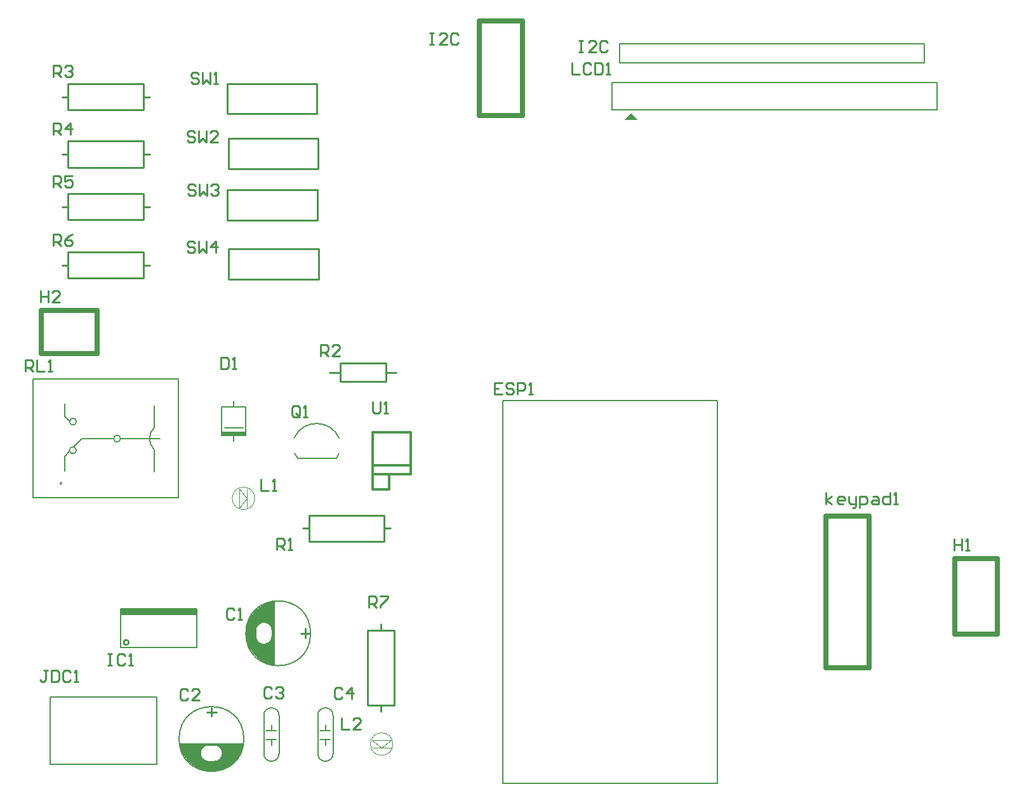
<source format=gto>
G04*
G04 #@! TF.GenerationSoftware,Altium Limited,Altium Designer,21.9.2 (33)*
G04*
G04 Layer_Color=65535*
%FSTAX24Y24*%
%MOIN*%
G70*
G04*
G04 #@! TF.SameCoordinates,C5A77AB0-E889-4DE2-9FB0-3BE7D8941CBD*
G04*
G04*
G04 #@! TF.FilePolarity,Positive*
G04*
G01*
G75*
%ADD10C,0.0040*%
%ADD11C,0.0070*%
%ADD12C,0.0100*%
%ADD13C,0.0250*%
%ADD14C,0.0079*%
%ADD15C,0.0118*%
%ADD16R,0.1260X0.0200*%
%ADD17R,0.3990X0.0360*%
G36*
X022061Y015224D02*
X022411Y014874D01*
Y014595D01*
X02241Y014578D01*
X022404Y014546D01*
X022391Y014515D01*
X022372Y014487D01*
X022361Y014474D01*
X022361D01*
X022296Y01441D01*
X022288Y014402D01*
X022268Y014389D01*
X022246Y01438D01*
X022223Y014375D01*
X022211Y014374D01*
D01*
X022161Y014324D01*
X022149Y014313D01*
X022121Y014295D01*
X02209Y014282D01*
X022057Y014275D01*
X02204Y014274D01*
D01*
X021532D01*
X021515Y014275D01*
X021482Y014282D01*
X021451Y014295D01*
X021423Y014313D01*
X021411Y014324D01*
D01*
X021296Y014439D01*
X021288Y014448D01*
X021275Y014468D01*
X021266Y014489D01*
X021262Y014513D01*
X021261Y014524D01*
X02125Y014537D01*
X021231Y014565D01*
X021218Y014596D01*
X021212Y014628D01*
X021211Y014645D01*
D01*
Y014783D01*
X021213Y014816D01*
X021226Y014882D01*
X021251Y014944D01*
X021289Y015D01*
X021311Y015024D01*
X021311D01*
X021426Y015139D01*
X021434Y015147D01*
X021454Y01516D01*
X021476Y015169D01*
X021499Y015174D01*
X021511Y015174D01*
D01*
Y015224D01*
X020111D01*
X020311Y014674D01*
X020611Y014274D01*
X021011Y013974D01*
X021611Y013774D01*
X022011D01*
X022511Y013924D01*
X022961Y014224D01*
X023261Y014574D01*
X023461Y015024D01*
X023511Y015224D01*
X022061D01*
D02*
G37*
G36*
X025067Y020774D02*
X024717Y020424D01*
X024438D01*
X024421Y020424D01*
X024388Y020431D01*
X024357Y020444D01*
X024329Y020462D01*
X024317Y020474D01*
D01*
X024252Y020538D01*
X024244Y020547D01*
X024231Y020567D01*
X024222Y020589D01*
X024218Y020612D01*
X024217Y020624D01*
D01*
X024167Y020674D01*
X024156Y020686D01*
X024137Y020714D01*
X024124Y020745D01*
X024118Y020778D01*
X024117Y020794D01*
D01*
Y021303D01*
X024118Y02132D01*
X024124Y021352D01*
X024137Y021383D01*
X024156Y021411D01*
X024167Y021424D01*
Y021424D01*
X024282Y021538D01*
X02429Y021546D01*
X02431Y021559D01*
X024332Y021568D01*
X024355Y021573D01*
X024367Y021574D01*
X024379Y021585D01*
X024407Y021603D01*
X024438Y021616D01*
X024471Y021623D01*
X024488Y021624D01*
D01*
X024626D01*
X024659Y021622D01*
X024725Y021609D01*
X024786Y021583D01*
X024842Y021546D01*
X024867Y021524D01*
D01*
X024982Y021409D01*
X02499Y0214D01*
X025003Y021381D01*
X025012Y021359D01*
X025016Y021335D01*
X025017Y021324D01*
D01*
X025067D01*
Y022724D01*
X024517Y022524D01*
X024117Y022224D01*
X023817Y021824D01*
X023617Y021224D01*
Y020824D01*
X023767Y020324D01*
X024067Y019874D01*
X024417Y019574D01*
X024867Y019374D01*
X025067Y019324D01*
Y020774D01*
D02*
G37*
G36*
X043835Y048332D02*
X043485Y047982D01*
X044185D01*
X043835Y048332D01*
D02*
G37*
D10*
X031339Y015207D02*
G03*
X031339Y015207I-000591J0D01*
G01*
X024083Y02811D02*
G03*
X024083Y02811I-000591J0D01*
G01*
X030748Y015007D02*
X031248D01*
X030748D02*
X031248Y015407D01*
X030248Y015007D02*
X030748D01*
X030248Y015407D02*
X030748Y015007D01*
X030248Y015407D02*
X031248D01*
X023692Y02811D02*
Y02861D01*
X023292D02*
X023692Y02811D01*
Y02761D02*
Y02811D01*
X023292Y02761D02*
X023692Y02811D01*
X023292Y02761D02*
Y02861D01*
D11*
X014709Y030632D02*
G03*
X014709Y030632I-000178J0D01*
G01*
X014719Y032142D02*
G03*
X014719Y032142I-000178J0D01*
G01*
X017033Y031249D02*
G03*
X017033Y031249I-000178J0D01*
G01*
X018807Y031839D02*
G03*
X018797Y030679I000575J-000585D01*
G01*
X028195Y016709D02*
G03*
X027395Y016709I-0004J0D01*
G01*
Y014709D02*
G03*
X028195Y014709I0004J0D01*
G01*
X027017Y021024D02*
G03*
X027017Y021024I-0017J0D01*
G01*
X028522Y031266D02*
G03*
X026158Y031298I-00119J-000524D01*
G01*
X024561Y014709D02*
G03*
X025361Y014709I0004J0D01*
G01*
Y016709D02*
G03*
X024561Y016709I-0004J0D01*
G01*
X023511Y015474D02*
G03*
X023511Y015474I-0017J0D01*
G01*
X014623Y03086D02*
X015013Y03125D01*
X014093Y032412D02*
X014363Y032142D01*
X014093Y032412D02*
Y033072D01*
Y030312D02*
X014353Y030572D01*
X014093Y029552D02*
Y030312D01*
X017057Y031259D02*
X019099D01*
X015013Y031249D02*
X016657D01*
X018817Y031849D02*
Y032979D01*
X018807Y029529D02*
Y030669D01*
X012449Y02816D02*
X020083D01*
X012449Y034366D02*
X020083D01*
Y02816D02*
Y034366D01*
X012449Y02816D02*
Y034366D01*
X022342Y031419D02*
X022992D01*
X022342D02*
Y032919D01*
X023602D01*
Y031419D02*
Y032919D01*
X022992Y031419D02*
X023602D01*
X022992Y032919D02*
Y033219D01*
Y031119D02*
Y031419D01*
X022522Y031829D02*
X023492D01*
X022782Y031419D02*
X022992D01*
X023152D01*
X027795Y015909D02*
Y016209D01*
Y015159D02*
Y015459D01*
X027495Y015909D02*
X028045D01*
X027495Y015459D02*
X028045D01*
X028195Y014709D02*
Y016709D01*
X027395Y014709D02*
Y016709D01*
X017295Y020264D02*
X021055D01*
X021045Y020274D02*
X021055Y020264D01*
X021045Y020274D02*
Y022324D01*
X017055D02*
X021045D01*
X017055Y020274D02*
Y022324D01*
Y020274D02*
X017065Y020264D01*
X017295D01*
X021035Y022094D02*
X021045Y021954D01*
X042835Y048522D02*
Y049932D01*
X059915D01*
Y048522D02*
Y049932D01*
X042835Y048522D02*
X059915D01*
X026343Y030216D02*
X028373D01*
X028503Y030476D01*
X026169Y030464D02*
X026343Y030216D01*
X024561Y014709D02*
Y016709D01*
X025361Y014709D02*
Y016709D01*
X024661Y015459D02*
X025211D01*
X024661Y015909D02*
X025211D01*
X024961Y015159D02*
Y015459D01*
Y015909D02*
Y016209D01*
D12*
X024117Y020874D02*
G03*
X024567Y020424I00045J0D01*
G01*
X024617Y021624D02*
G03*
X024117Y021224I-00005J-00045D01*
G01*
X025017Y021124D02*
G03*
X024617Y021624I-00045J00005D01*
G01*
X024567Y020424D02*
G03*
X025017Y020874I0J00045D01*
G01*
X017465Y020544D02*
G03*
X017465Y020544I-00013J0D01*
G01*
X022411Y014724D02*
G03*
X021961Y015174I-00045J0D01*
G01*
X021711D02*
G03*
X021211Y014774I-00005J-00045D01*
G01*
D02*
G03*
X021611Y014274I00045J-00005D01*
G01*
X021961D02*
G03*
X022411Y014724I0J00045D01*
G01*
X022628Y049896D02*
X027352D01*
Y048298D02*
Y049896D01*
X022628Y048298D02*
X027352D01*
X022628D02*
Y049896D01*
X022697Y047008D02*
X027421D01*
Y04541D02*
Y047008D01*
X022697Y04541D02*
X027421D01*
X022697D02*
Y047008D01*
X022717Y041197D02*
X027441D01*
Y039599D02*
Y041197D01*
X022717Y039599D02*
X027441D01*
X022717D02*
Y041197D01*
X022648Y044301D02*
X027372D01*
Y042704D02*
Y044301D01*
X022648Y042704D02*
X027372D01*
X022648D02*
Y044301D01*
X01387Y028892D02*
X013913Y028935D01*
X030866Y025846D02*
Y027224D01*
X026929D02*
X030866D01*
X026929Y025846D02*
Y027224D01*
Y025846D02*
X030866D01*
X026598Y026535D02*
X026898D01*
X030898D02*
X031198D01*
X025067Y019374D02*
Y022674D01*
X025017Y020774D02*
X025067D01*
X024117Y020874D02*
Y021224D01*
X025017Y020724D02*
Y021224D01*
X026737Y020774D02*
Y021274D01*
X026517Y021024D02*
X026967D01*
X01826Y040354D02*
X01856D01*
X01396D02*
X01426D01*
X014291Y039665D02*
X018228D01*
X014291D02*
Y041043D01*
X018228D01*
Y039665D02*
Y041043D01*
X01826Y046181D02*
X01856D01*
X01396D02*
X01426D01*
X014291Y045492D02*
X018228D01*
X014291D02*
Y04687D01*
X018228D01*
Y045492D02*
Y04687D01*
X028024Y034724D02*
X028544D01*
X030974D02*
X031494D01*
X028564Y034232D02*
X030964D01*
Y035217D01*
X028564D02*
X030964D01*
X028564Y034232D02*
Y035217D01*
X01826Y043425D02*
X01856D01*
X01396D02*
X01426D01*
X014291Y042736D02*
X018228D01*
X014291D02*
Y044114D01*
X018228D01*
Y042736D02*
Y044114D01*
X01826Y049193D02*
X01856D01*
X01396D02*
X01426D01*
X014291Y048504D02*
X018228D01*
X014291D02*
Y049882D01*
X018228D01*
Y048504D02*
Y049882D01*
X030709Y021213D02*
Y021513D01*
Y016913D02*
Y017213D01*
X031398Y017244D02*
Y021181D01*
X03002Y017244D02*
X031398D01*
X03002D02*
Y021181D01*
X031398D01*
X021811Y016674D02*
Y017124D01*
X021561Y016894D02*
X022061D01*
X021611Y015174D02*
X022111D01*
X021611Y014274D02*
X021961D01*
X022061Y015174D02*
Y015224D01*
X020161D02*
X023461D01*
X020931Y041499D02*
X020831Y041599D01*
X020631D01*
X020531Y041499D01*
Y041399D01*
X020631Y041299D01*
X020831D01*
X020931Y041199D01*
Y041099D01*
X020831Y040999D01*
X020631D01*
X020531Y041099D01*
X021131Y041599D02*
Y040999D01*
X021331Y041199D01*
X021531Y040999D01*
Y041599D01*
X02203Y040999D02*
Y041599D01*
X021731Y041299D01*
X02213D01*
X0135Y04139D02*
Y04199D01*
X0138D01*
X0139Y04189D01*
Y04169D01*
X0138Y04159D01*
X0135D01*
X0137D02*
X0139Y04139D01*
X0145Y04199D02*
X0143Y04189D01*
X0141Y04169D01*
Y04149D01*
X0142Y04139D01*
X0144D01*
X0145Y04149D01*
Y04159D01*
X0144Y04169D01*
X0141D01*
X05406Y0278D02*
Y0284D01*
Y028D02*
X05436Y0282D01*
X05406Y028D02*
X05436Y0278D01*
X05496D02*
X05476D01*
X05466Y0279D01*
Y0281D01*
X05476Y0282D01*
X05496D01*
X05506Y0281D01*
Y028D01*
X05466D01*
X05526Y0282D02*
Y0279D01*
X05536Y0278D01*
X055659D01*
Y0277D01*
X05556Y0276D01*
X05546D01*
X055659Y0278D02*
Y0282D01*
X055859Y0276D02*
Y0282D01*
X056159D01*
X056259Y0281D01*
Y0279D01*
X056159Y0278D01*
X055859D01*
X056559Y0282D02*
X056759D01*
X056859Y0281D01*
Y0278D01*
X056559D01*
X056459Y0279D01*
X056559Y028D01*
X056859D01*
X057459Y0284D02*
Y0278D01*
X057159D01*
X057059Y0279D01*
Y0281D01*
X057159Y0282D01*
X057459D01*
X057659Y0278D02*
X057859D01*
X057759D01*
Y0284D01*
X057659Y0283D01*
X03027Y03317D02*
Y03267D01*
X03037Y03257D01*
X03057D01*
X03067Y03267D01*
Y03317D01*
X03087Y03257D02*
X03107D01*
X03097D01*
Y03317D01*
X03087Y03307D01*
X02099Y044519D02*
X02089Y044619D01*
X02069D01*
X02059Y044519D01*
Y044419D01*
X02069Y044319D01*
X02089D01*
X02099Y044219D01*
Y044119D01*
X02089Y044019D01*
X02069D01*
X02059Y044119D01*
X02119Y044619D02*
Y044019D01*
X02139Y044219D01*
X02159Y044019D01*
Y044619D01*
X02179Y044519D02*
X02189Y044619D01*
X02209D01*
X02219Y044519D01*
Y044419D01*
X02209Y044319D01*
X02199D01*
X02209D01*
X02219Y044219D01*
Y044119D01*
X02209Y044019D01*
X02189D01*
X02179Y044119D01*
X020931Y047302D02*
X020831Y047402D01*
X020631D01*
X020531Y047302D01*
Y047202D01*
X020631Y047102D01*
X020831D01*
X020931Y047002D01*
Y046902D01*
X020831Y046802D01*
X020631D01*
X020531Y046902D01*
X021131Y047402D02*
Y046802D01*
X021331Y047002D01*
X021531Y046802D01*
Y047402D01*
X02213Y046802D02*
X021731D01*
X02213Y047202D01*
Y047302D01*
X02203Y047402D01*
X021831D01*
X021731Y047302D01*
X021149Y050381D02*
X021049Y050481D01*
X020849D01*
X020749Y050381D01*
Y050281D01*
X020849Y050181D01*
X021049D01*
X021149Y050081D01*
Y049981D01*
X021049Y049881D01*
X020849D01*
X020749Y049981D01*
X021349Y050481D02*
Y049881D01*
X021549Y050081D01*
X021749Y049881D01*
Y050481D01*
X021949Y049881D02*
X022149D01*
X022049D01*
Y050481D01*
X021949Y050381D01*
X01204Y034779D02*
Y035379D01*
X01234D01*
X01244Y035279D01*
Y035079D01*
X01234Y034979D01*
X01204D01*
X01224D02*
X01244Y034779D01*
X01264Y035379D02*
Y034779D01*
X01304D01*
X01324D02*
X01344D01*
X01334D01*
Y035379D01*
X01324Y035279D01*
X03007Y02237D02*
Y02297D01*
X03037D01*
X03047Y02287D01*
Y02267D01*
X03037Y02257D01*
X03007D01*
X03027D02*
X03047Y02237D01*
X03067Y02297D02*
X03107D01*
Y02287D01*
X03067Y02247D01*
Y02237D01*
X0135Y04446D02*
Y04506D01*
X0138D01*
X0139Y04496D01*
Y04476D01*
X0138Y04466D01*
X0135D01*
X0137D02*
X0139Y04446D01*
X0145Y04506D02*
X0141D01*
Y04476D01*
X0143Y04486D01*
X0144D01*
X0145Y04476D01*
Y04456D01*
X0144Y04446D01*
X0142D01*
X0141Y04456D01*
X0135Y04722D02*
Y04782D01*
X0138D01*
X0139Y04772D01*
Y04752D01*
X0138Y04742D01*
X0135D01*
X0137D02*
X0139Y04722D01*
X0144D02*
Y04782D01*
X0141Y04752D01*
X0145D01*
X0135Y05023D02*
Y05083D01*
X0138D01*
X0139Y05073D01*
Y05053D01*
X0138Y05043D01*
X0135D01*
X0137D02*
X0139Y05023D01*
X0141Y05073D02*
X0142Y05083D01*
X0144D01*
X0145Y05073D01*
Y05063D01*
X0144Y05053D01*
X0143D01*
X0144D01*
X0145Y05043D01*
Y05033D01*
X0144Y05023D01*
X0142D01*
X0141Y05033D01*
X02754Y03557D02*
Y03617D01*
X02784D01*
X02794Y03607D01*
Y03587D01*
X02784Y03577D01*
X02754D01*
X02774D02*
X02794Y03557D01*
X02854D02*
X02814D01*
X02854Y03597D01*
Y03607D01*
X02844Y03617D01*
X02824D01*
X02814Y03607D01*
X025242Y025417D02*
Y026016D01*
X025542D01*
X025642Y025916D01*
Y025717D01*
X025542Y025617D01*
X025242D01*
X025442D02*
X025642Y025417D01*
X025842D02*
X026042D01*
X025942D01*
Y026016D01*
X025842Y025916D01*
X02645Y03248D02*
Y03288D01*
X02635Y03298D01*
X02615D01*
X02605Y03288D01*
Y03248D01*
X02615Y03238D01*
X02635D01*
X02625Y03258D02*
X02645Y03238D01*
X02635D02*
X02645Y03248D01*
X02665Y03238D02*
X02685D01*
X02675D01*
Y03298D01*
X02665Y03288D01*
X041097Y052162D02*
X041297D01*
X041197D01*
Y051562D01*
X041097D01*
X041297D01*
X041996D02*
X041597D01*
X041996Y051962D01*
Y052062D01*
X041896Y052162D01*
X041697D01*
X041597Y052062D01*
X042596D02*
X042496Y052162D01*
X042296D01*
X042196Y052062D01*
Y051662D01*
X042296Y051562D01*
X042496D01*
X042596Y051662D01*
X04074Y05097D02*
Y05037D01*
X04114D01*
X04174Y05087D02*
X04164Y05097D01*
X04144D01*
X04134Y05087D01*
Y05047D01*
X04144Y05037D01*
X04164D01*
X04174Y05047D01*
X04194Y05097D02*
Y05037D01*
X04224D01*
X042339Y05047D01*
Y05087D01*
X04224Y05097D01*
X04194D01*
X042539Y05037D02*
X042739D01*
X042639D01*
Y05097D01*
X042539Y05087D01*
X028658Y016595D02*
Y015995D01*
X029058D01*
X029657D02*
X029257D01*
X029657Y016395D01*
Y016495D01*
X029557Y016595D01*
X029357D01*
X029257Y016495D01*
X024423Y029099D02*
Y028499D01*
X024823D01*
X025023D02*
X025223D01*
X025123D01*
Y029099D01*
X025023Y028999D01*
X013195Y019064D02*
X012996D01*
X013096D01*
Y018564D01*
X012996Y018464D01*
X012896D01*
X012796Y018564D01*
X013395Y019064D02*
Y018464D01*
X013695D01*
X013795Y018564D01*
Y018964D01*
X013695Y019064D01*
X013395D01*
X014395Y018964D02*
X014295Y019064D01*
X014095D01*
X013995Y018964D01*
Y018564D01*
X014095Y018464D01*
X014295D01*
X014395Y018564D01*
X014595Y018464D02*
X014795D01*
X014695D01*
Y019064D01*
X014595Y018964D01*
X016378Y019946D02*
X016578D01*
X016478D01*
Y019346D01*
X016378D01*
X016578D01*
X017277Y019846D02*
X017178Y019946D01*
X016978D01*
X016878Y019846D01*
Y019446D01*
X016978Y019346D01*
X017178D01*
X017277Y019446D01*
X017477Y019346D02*
X017677D01*
X017577D01*
Y019946D01*
X017477Y019846D01*
X033286Y052544D02*
X033486D01*
X033386D01*
Y051944D01*
X033286D01*
X033486D01*
X034185D02*
X033786D01*
X034185Y052344D01*
Y052444D01*
X034085Y052544D01*
X033885D01*
X033786Y052444D01*
X034785D02*
X034685Y052544D01*
X034485D01*
X034385Y052444D01*
Y052044D01*
X034485Y051944D01*
X034685D01*
X034785Y052044D01*
X0608Y02597D02*
Y02537D01*
Y02567D01*
X0612D01*
Y02597D01*
Y02537D01*
X0614D02*
X0616D01*
X0615D01*
Y02597D01*
X0614Y02587D01*
X01284Y039D02*
Y0384D01*
Y0387D01*
X01324D01*
Y039D01*
Y0384D01*
X01384D02*
X01344D01*
X01384Y0388D01*
Y0389D01*
X01374Y039D01*
X01354D01*
X01344Y0389D01*
X037077Y034194D02*
X036677D01*
Y033594D01*
X037077D01*
X036677Y033894D02*
X036877D01*
X037677Y034094D02*
X037577Y034194D01*
X037377D01*
X037277Y034094D01*
Y033994D01*
X037377Y033894D01*
X037577D01*
X037677Y033794D01*
Y033694D01*
X037577Y033594D01*
X037377D01*
X037277Y033694D01*
X037877Y033594D02*
Y034194D01*
X038177D01*
X038277Y034094D01*
Y033894D01*
X038177Y033794D01*
X037877D01*
X038477Y033594D02*
X038677D01*
X038577D01*
Y034194D01*
X038477Y034094D01*
X022293Y035497D02*
Y034897D01*
X022593D01*
X022693Y034997D01*
Y035397D01*
X022593Y035497D01*
X022293D01*
X022893Y034897D02*
X023093D01*
X022993D01*
Y035497D01*
X022893Y035397D01*
X02058Y01801D02*
X02048Y01811D01*
X02028D01*
X02018Y01801D01*
Y01761D01*
X02028Y01751D01*
X02048D01*
X02058Y01761D01*
X02118Y01751D02*
X02078D01*
X02118Y01791D01*
Y01801D01*
X02108Y01811D01*
X02088D01*
X02078Y01801D01*
X028676Y018086D02*
X028576Y018186D01*
X028376D01*
X028276Y018086D01*
Y017686D01*
X028376Y017586D01*
X028576D01*
X028676Y017686D01*
X029175Y017586D02*
Y018186D01*
X028876Y017886D01*
X029275D01*
X02496Y01812D02*
X02486Y01822D01*
X02466D01*
X02456Y01812D01*
Y01772D01*
X02466Y01762D01*
X02486D01*
X02496Y01772D01*
X02516Y01812D02*
X02526Y01822D01*
X02546D01*
X02556Y01812D01*
Y01802D01*
X02546Y01792D01*
X02536D01*
X02546D01*
X02556Y01782D01*
Y01772D01*
X02546Y01762D01*
X02526D01*
X02516Y01772D01*
X023Y022243D02*
X0229Y022343D01*
X0227D01*
X0226Y022243D01*
Y021843D01*
X0227Y021743D01*
X0229D01*
X023Y021843D01*
X0232Y021743D02*
X0234D01*
X0233D01*
Y022343D01*
X0232Y022243D01*
D13*
X03589Y053165D02*
X038142D01*
Y048213D02*
Y053165D01*
X03589Y048213D02*
X038142D01*
X03589D02*
Y053165D01*
X063079Y020996D02*
Y024949D01*
X060827D02*
X063079D01*
X060827Y020996D02*
Y024949D01*
Y020996D02*
X063079D01*
X054083Y027177D02*
X056335D01*
Y019224D02*
Y027177D01*
X054083Y019224D02*
X056335D01*
X054083D02*
Y027177D01*
X012866Y035724D02*
Y037976D01*
X015819D01*
Y035724D02*
Y037976D01*
X012866Y035724D02*
X015819D01*
D14*
X043252Y050972D02*
Y051972D01*
Y050972D02*
X058502D01*
X059252D01*
Y051972D01*
X043252D02*
X059252D01*
X037118Y033257D02*
X043018D01*
X048368D01*
X048368Y013157D01*
X037118D02*
X048368D01*
X037118Y033257D02*
X037118Y013157D01*
X013346Y014134D02*
X018937D01*
X013346D02*
Y017677D01*
X018937D01*
Y014134D02*
Y017677D01*
D15*
X031142Y028583D02*
Y02937D01*
X031063Y028583D02*
X031142D01*
X03026D02*
X031063D01*
X03026D02*
Y02937D01*
Y031575D01*
Y02937D02*
X03226D01*
Y031575D01*
X03026D02*
X03226D01*
X03026Y029843D02*
X03226D01*
D16*
X022972Y031519D02*
D03*
D17*
X01906Y022144D02*
D03*
M02*

</source>
